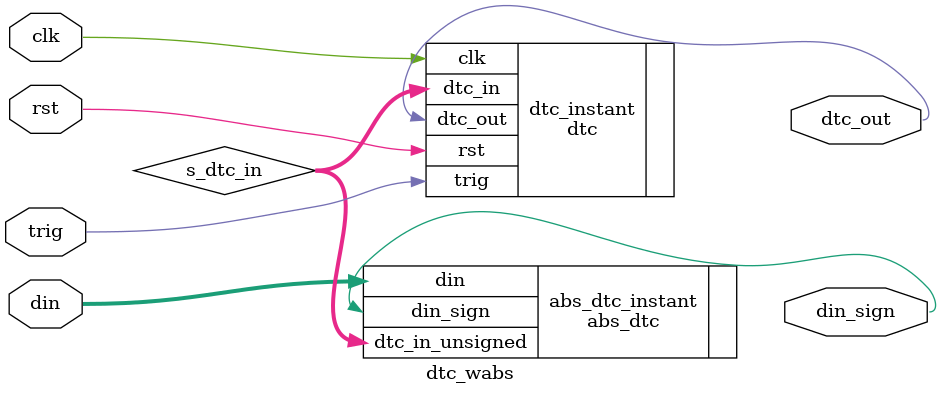
<source format=v>


// The result of translation follows.  Its copyright status should be
// considered unchanged from the original VHDL.

// no timescale needed

module dtc_wabs(
input wire [7:0] din,
output wire dtc_out,
output wire din_sign,
input wire trig,
input wire clk,
input wire rst
);




wire [7:0] s_dtc_in;

  abs_dtc abs_dtc_instant(
      .din(din),
    .din_sign(din_sign),
    .dtc_in_unsigned(s_dtc_in));

  dtc dtc_instant(
      .dtc_in(s_dtc_in),
    .dtc_out(dtc_out),
    .trig(trig),
    .clk(clk),
    .rst(rst));


endmodule

</source>
